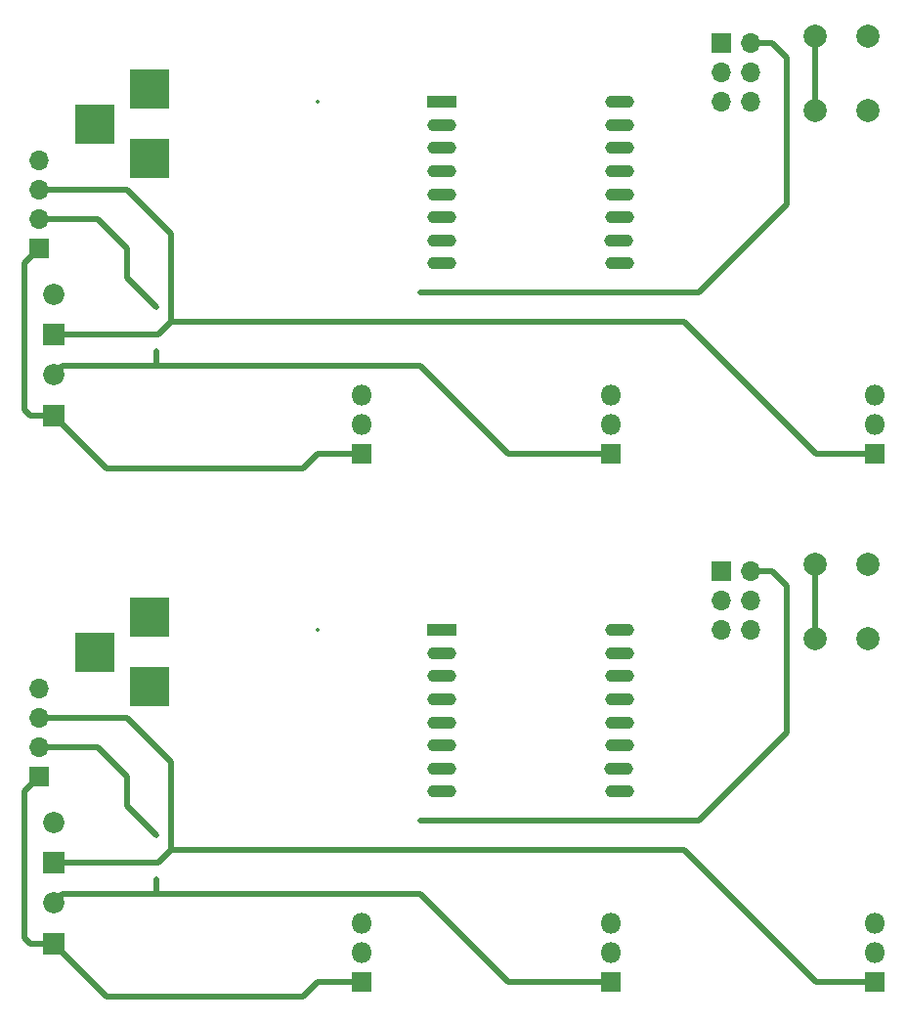
<source format=gbl>
G04 #@! TF.FileFunction,Copper,L2,Bot,Signal*
%FSLAX46Y46*%
G04 Gerber Fmt 4.6, Leading zero omitted, Abs format (unit mm)*
G04 Created by KiCad (PCBNEW 4.0.6+dfsg1-1) date Mon Apr 23 23:44:20 2018*
%MOMM*%
%LPD*%
G01*
G04 APERTURE LIST*
%ADD10C,0.100000*%
%ADD11R,1.849120X1.849120*%
%ADD12C,1.849120*%
%ADD13C,2.000000*%
%ADD14R,1.800000X1.800000*%
%ADD15O,1.800000X1.800000*%
%ADD16R,1.700000X1.700000*%
%ADD17O,1.700000X1.700000*%
%ADD18R,3.500120X3.500120*%
%ADD19R,2.500000X1.100000*%
%ADD20O,2.500000X1.100000*%
%ADD21C,0.350000*%
%ADD22C,0.508000*%
G04 APERTURE END LIST*
D10*
D11*
X115570000Y-149067520D03*
D12*
X115570000Y-145572480D03*
D11*
X115570000Y-142082520D03*
D12*
X115570000Y-138587480D03*
D13*
X181555000Y-116205000D03*
X186055000Y-116205000D03*
X181555000Y-122705000D03*
X186055000Y-122705000D03*
D14*
X163830000Y-152400000D03*
D15*
X163830000Y-149860000D03*
X163830000Y-147320000D03*
D14*
X142240000Y-152400000D03*
D15*
X142240000Y-149860000D03*
X142240000Y-147320000D03*
D16*
X114300000Y-134620000D03*
D17*
X114300000Y-132080000D03*
X114300000Y-129540000D03*
X114300000Y-127000000D03*
D16*
X173355000Y-116840000D03*
D17*
X175895000Y-116840000D03*
X173355000Y-119380000D03*
X175895000Y-119380000D03*
X173355000Y-121920000D03*
X175895000Y-121920000D03*
D18*
X123825000Y-126850140D03*
X123825000Y-120850660D03*
X119126000Y-123850400D03*
D14*
X186690000Y-152400000D03*
D15*
X186690000Y-149860000D03*
X186690000Y-147320000D03*
D19*
X149160000Y-121920000D03*
D20*
X149160000Y-123920000D03*
X149160000Y-125920000D03*
X149160000Y-127920000D03*
X149160000Y-129920000D03*
X149160000Y-131920000D03*
X149160000Y-133920000D03*
X149160000Y-135920000D03*
X164560000Y-135920000D03*
X164460000Y-133920000D03*
X164560000Y-131920000D03*
X164560000Y-129920000D03*
X164560000Y-127920000D03*
X164560000Y-125920000D03*
X164560000Y-123920000D03*
X164560000Y-121920000D03*
D19*
X149160000Y-76200000D03*
D20*
X149160000Y-78200000D03*
X149160000Y-80200000D03*
X149160000Y-82200000D03*
X149160000Y-84200000D03*
X149160000Y-86200000D03*
X149160000Y-88200000D03*
X149160000Y-90200000D03*
X164560000Y-90200000D03*
X164460000Y-88200000D03*
X164560000Y-86200000D03*
X164560000Y-84200000D03*
X164560000Y-82200000D03*
X164560000Y-80200000D03*
X164560000Y-78200000D03*
X164560000Y-76200000D03*
D14*
X186690000Y-106680000D03*
D15*
X186690000Y-104140000D03*
X186690000Y-101600000D03*
D18*
X123825000Y-81130140D03*
X123825000Y-75130660D03*
X119126000Y-78130400D03*
D16*
X173355000Y-71120000D03*
D17*
X175895000Y-71120000D03*
X173355000Y-73660000D03*
X175895000Y-73660000D03*
X173355000Y-76200000D03*
X175895000Y-76200000D03*
D16*
X114300000Y-88900000D03*
D17*
X114300000Y-86360000D03*
X114300000Y-83820000D03*
X114300000Y-81280000D03*
D14*
X142240000Y-106680000D03*
D15*
X142240000Y-104140000D03*
X142240000Y-101600000D03*
D14*
X163830000Y-106680000D03*
D15*
X163830000Y-104140000D03*
X163830000Y-101600000D03*
D13*
X181555000Y-70485000D03*
X186055000Y-70485000D03*
X181555000Y-76985000D03*
X186055000Y-76985000D03*
D11*
X115570000Y-96362520D03*
D12*
X115570000Y-92867480D03*
D11*
X115570000Y-103347520D03*
D12*
X115570000Y-99852480D03*
D21*
X138430000Y-121920000D03*
X138430000Y-76200000D03*
X147320000Y-138430000D03*
X147320000Y-92710000D03*
X124460000Y-143510000D03*
X124460000Y-139700000D03*
X124460000Y-93980000D03*
X124460000Y-97790000D03*
D22*
X177800000Y-116840000D02*
X179070000Y-118110000D01*
X179070000Y-118110000D02*
X179070000Y-130810000D01*
X179070000Y-130810000D02*
X171450000Y-138430000D01*
X171450000Y-138430000D02*
X147320000Y-138430000D01*
X175895000Y-116840000D02*
X177800000Y-116840000D01*
X175895000Y-71120000D02*
X177800000Y-71120000D01*
X171450000Y-92710000D02*
X147320000Y-92710000D01*
X179070000Y-85090000D02*
X171450000Y-92710000D01*
X179070000Y-72390000D02*
X179070000Y-85090000D01*
X177800000Y-71120000D02*
X179070000Y-72390000D01*
X138430000Y-152400000D02*
X137160000Y-153670000D01*
X137160000Y-153670000D02*
X120172480Y-153670000D01*
X120172480Y-153670000D02*
X115570000Y-149067520D01*
X142240000Y-152400000D02*
X138430000Y-152400000D01*
X113507520Y-149067520D02*
X113030000Y-148590000D01*
X113030000Y-148590000D02*
X113030000Y-135890000D01*
X113030000Y-135890000D02*
X114300000Y-134620000D01*
X115570000Y-149067520D02*
X113507520Y-149067520D01*
X115570000Y-103347520D02*
X113507520Y-103347520D01*
X113030000Y-90170000D02*
X114300000Y-88900000D01*
X113030000Y-102870000D02*
X113030000Y-90170000D01*
X113507520Y-103347520D02*
X113030000Y-102870000D01*
X142240000Y-106680000D02*
X138430000Y-106680000D01*
X120172480Y-107950000D02*
X115570000Y-103347520D01*
X137160000Y-107950000D02*
X120172480Y-107950000D01*
X138430000Y-106680000D02*
X137160000Y-107950000D01*
X154940000Y-152400000D02*
X147320000Y-144780000D01*
X124460000Y-144780000D02*
X116362480Y-144780000D01*
X125730000Y-144780000D02*
X124460000Y-144780000D01*
X132080000Y-144780000D02*
X125730000Y-144780000D01*
X147320000Y-144780000D02*
X132080000Y-144780000D01*
X116362480Y-144780000D02*
X115570000Y-145572480D01*
X163830000Y-152400000D02*
X154940000Y-152400000D01*
X124460000Y-139700000D02*
X121920000Y-137160000D01*
X121920000Y-137160000D02*
X121920000Y-134620000D01*
X121920000Y-134620000D02*
X119380000Y-132080000D01*
X119380000Y-132080000D02*
X114300000Y-132080000D01*
X124460000Y-144780000D02*
X124460000Y-143510000D01*
X124460000Y-99060000D02*
X124460000Y-97790000D01*
X119380000Y-86360000D02*
X114300000Y-86360000D01*
X121920000Y-88900000D02*
X119380000Y-86360000D01*
X121920000Y-91440000D02*
X121920000Y-88900000D01*
X124460000Y-93980000D02*
X121920000Y-91440000D01*
X163830000Y-106680000D02*
X154940000Y-106680000D01*
X116362480Y-99060000D02*
X115570000Y-99852480D01*
X147320000Y-99060000D02*
X132080000Y-99060000D01*
X132080000Y-99060000D02*
X125730000Y-99060000D01*
X125730000Y-99060000D02*
X124460000Y-99060000D01*
X124460000Y-99060000D02*
X116362480Y-99060000D01*
X154940000Y-106680000D02*
X147320000Y-99060000D01*
X181610000Y-152400000D02*
X170180000Y-140970000D01*
X170180000Y-140970000D02*
X128270000Y-140970000D01*
X186690000Y-152400000D02*
X181610000Y-152400000D01*
X128270000Y-140970000D02*
X125730000Y-140970000D01*
X124617480Y-142082520D02*
X125730000Y-140970000D01*
X115570000Y-142082520D02*
X124617480Y-142082520D01*
X125730000Y-133350000D02*
X121920000Y-129540000D01*
X121920000Y-129540000D02*
X114300000Y-129540000D01*
X125730000Y-140970000D02*
X125730000Y-133350000D01*
X125730000Y-95250000D02*
X125730000Y-87630000D01*
X121920000Y-83820000D02*
X114300000Y-83820000D01*
X125730000Y-87630000D02*
X121920000Y-83820000D01*
X115570000Y-96362520D02*
X124617480Y-96362520D01*
X124617480Y-96362520D02*
X125730000Y-95250000D01*
X128270000Y-95250000D02*
X125730000Y-95250000D01*
X186690000Y-106680000D02*
X181610000Y-106680000D01*
X170180000Y-95250000D02*
X128270000Y-95250000D01*
X181610000Y-106680000D02*
X170180000Y-95250000D01*
X181555000Y-116205000D02*
X181555000Y-122705000D01*
X181555000Y-70485000D02*
X181555000Y-76985000D01*
M02*

</source>
